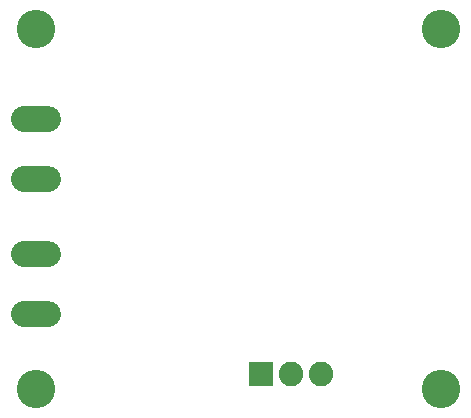
<source format=gbs>
G75*
%MOIN*%
%OFA0B0*%
%FSLAX25Y25*%
%IPPOS*%
%LPD*%
%AMOC8*
5,1,8,0,0,1.08239X$1,22.5*
%
%ADD10C,0.08600*%
%ADD11C,0.12800*%
%ADD12R,0.08200X0.08200*%
%ADD13C,0.08200*%
D10*
X0050033Y0057371D02*
X0057833Y0057371D01*
X0057833Y0077171D02*
X0050033Y0077171D01*
X0050033Y0102371D02*
X0057833Y0102371D01*
X0057833Y0122171D02*
X0050033Y0122171D01*
D11*
X0053933Y0032271D03*
X0053933Y0152271D03*
X0188933Y0152271D03*
X0188933Y0032271D03*
D12*
X0128933Y0037212D03*
D13*
X0138933Y0037212D03*
X0148933Y0037212D03*
M02*

</source>
